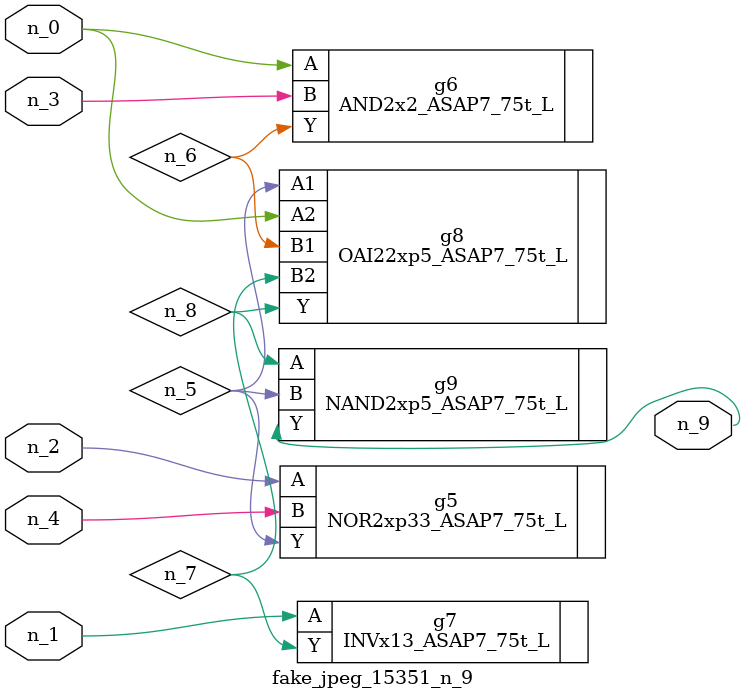
<source format=v>
module fake_jpeg_15351_n_9 (n_3, n_2, n_1, n_0, n_4, n_9);

input n_3;
input n_2;
input n_1;
input n_0;
input n_4;

output n_9;

wire n_8;
wire n_6;
wire n_5;
wire n_7;

NOR2xp33_ASAP7_75t_L g5 ( 
.A(n_2),
.B(n_4),
.Y(n_5)
);

AND2x2_ASAP7_75t_L g6 ( 
.A(n_0),
.B(n_3),
.Y(n_6)
);

INVx13_ASAP7_75t_L g7 ( 
.A(n_1),
.Y(n_7)
);

OAI22xp5_ASAP7_75t_L g8 ( 
.A1(n_5),
.A2(n_0),
.B1(n_6),
.B2(n_7),
.Y(n_8)
);

NAND2xp5_ASAP7_75t_L g9 ( 
.A(n_8),
.B(n_5),
.Y(n_9)
);


endmodule
</source>
